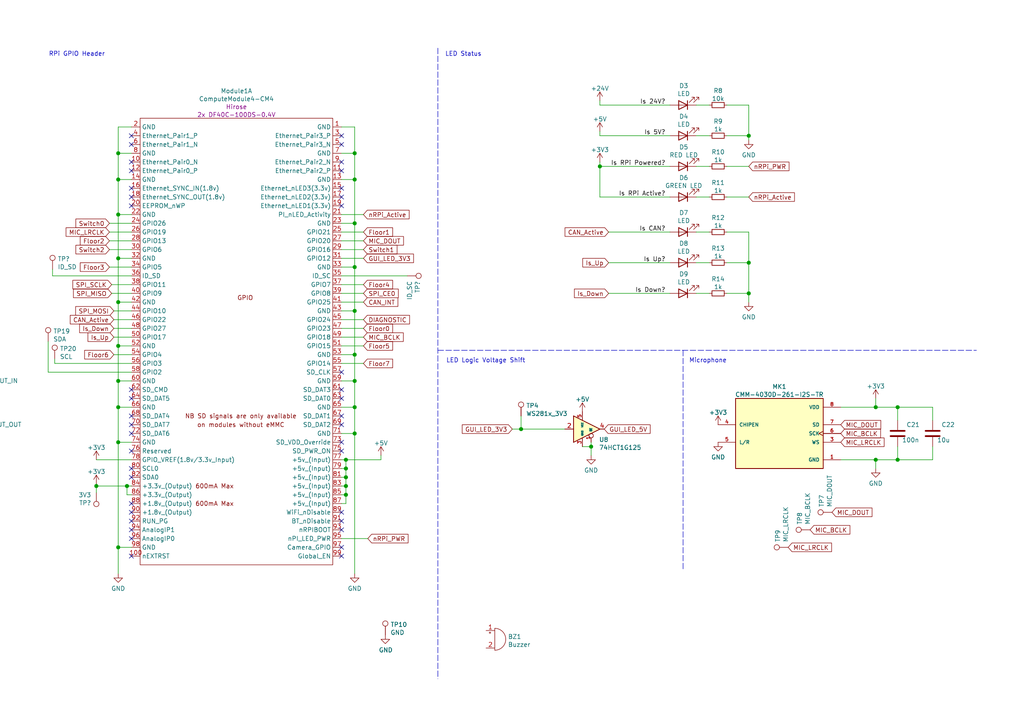
<source format=kicad_sch>
(kicad_sch (version 20210126) (generator eeschema)
  (paper "A4")
  (title_block (title "Voice CCA") (date "2021-05-01") (rev "v1r0") (company "MWS Fabrication"))
  (lib_symbols
    (symbol "74HCT1G125:74HCT1G125"
      (property "Reference" "U" (at 2.54 3.81 0))
      (property "Value" "74HCT1G125" (at 10.16 -2.54 0))
      (symbol "74HCT1G125_0_1"
        (rectangle (start -2.54 3.81) (end -2.54 -3.81) (stroke (width 0.254)) (fill (type background)))
        (polyline (pts (xy -2.54 -3.81) (xy 5.08 0) (xy -2.54 3.81)) (stroke (width 0.254)) (fill (type background)))
      )
      (symbol "74HCT1G125_1_1"
        (pin input inverted (at 2.54 -3.81 90) (length 2.54) (name "~OE") (number "1"))
        (pin input line (at -5.08 0 0) (length 2.54) (name "~") (number "2"))
        (pin power_in line (at 0 -5.08 90) (length 2.54) (name "GND") (number "3"))
        (pin output line (at 6.35 0 180) (length 1.27) (name "~") (number "4"))
        (pin power_in line (at 0 5.08 270) (length 2.54) (name "VCC") (number "5"))
      )
    )
    (symbol "CM4IO:ComputeModule4-CM4"
      (property "Reference" "Module" (at 113.03 -68.58 0))
      (property "Value" "ComputeModule4-CM4" (at 140.97 2.54 0))
      (property "Field4" "Hirose" (at 0 0 0))
      (property "Field5" "2x DF40C-100DS-0.4V" (at 0 -2.54 0))
      (symbol "ComputeModule4-CM4_1_0"
        (text "GPIO" (at 0 6.35 0) (effects (font (size 1.27 1.27))))
      )
      (symbol "ComputeModule4-CM4_1_1"
        (text "600mA Max" (at -8.89 -53.34 0) (effects (font (size 1.27 1.27))))
        (text "600mA Max" (at -8.89 -48.26 0) (effects (font (size 1.27 1.27))))
        (text "NB SD signals are only available" (at -1.27 -27.94 0) (effects (font (size 1.27 1.27))))
        (text "on modules without eMMC" (at -1.27 -30.48 0) (effects (font (size 1.27 1.27))))
        (rectangle (start -30.48 -71.12) (end 25.4 58.42))
        (pin power_in line (at 27.94 55.88 180) (length 2.54) (name "GND") (number "1"))
        (pin passive line (at -33.02 45.72 0) (length 2.54) (name "Ethernet_Pair0_N") (number "10"))
        (pin output line (at -33.02 -68.58 0) (length 2.54) (name "nEXTRST") (number "100"))
        (pin passive line (at 27.94 43.18 180) (length 2.54) (name "Ethernet_Pair2_P") (number "11"))
        (pin passive line (at -33.02 43.18 0) (length 2.54) (name "Ethernet_Pair0_P") (number "12"))
        (pin power_in line (at 27.94 40.64 180) (length 2.54) (name "GND") (number "13"))
        (pin power_in line (at -33.02 40.64 0) (length 2.54) (name "GND") (number "14"))
        (pin output line (at 27.94 38.1 180) (length 2.54) (name "Ethernet_nLED3(3.3v)") (number "15"))
        (pin input line (at -33.02 38.1 0) (length 2.54) (name "Ethernet_SYNC_IN(1.8v)") (number "16"))
        (pin output line (at 27.94 35.56 180) (length 2.54) (name "Ethernet_nLED2(3.3v)") (number "17"))
        (pin input line (at -33.02 35.56 0) (length 2.54) (name "Ethernet_SYNC_OUT(1.8v)") (number "18"))
        (pin output line (at 27.94 33.02 180) (length 2.54) (name "Ethernet_nLED1(3.3v)") (number "19"))
        (pin power_in line (at -33.02 55.88 0) (length 2.54) (name "GND") (number "2"))
        (pin passive line (at -33.02 33.02 0) (length 2.54) (name "EEPROM_nWP") (number "20"))
        (pin open_collector line (at 27.94 30.48 180) (length 2.54) (name "PI_nLED_Activity") (number "21"))
        (pin power_in line (at -33.02 30.48 0) (length 2.54) (name "GND") (number "22"))
        (pin power_in line (at 27.94 27.94 180) (length 2.54) (name "GND") (number "23"))
        (pin passive line (at -33.02 27.94 0) (length 2.54) (name "GPIO26") (number "24"))
        (pin passive line (at 27.94 25.4 180) (length 2.54) (name "GPIO21") (number "25"))
        (pin passive line (at -33.02 25.4 0) (length 2.54) (name "GPIO19") (number "26"))
        (pin passive line (at 27.94 22.86 180) (length 2.54) (name "GPIO20") (number "27"))
        (pin passive line (at -33.02 22.86 0) (length 2.54) (name "GPIO13") (number "28"))
        (pin passive line (at 27.94 20.32 180) (length 2.54) (name "GPIO16") (number "29"))
        (pin passive line (at 27.94 53.34 180) (length 2.54) (name "Ethernet_Pair3_P") (number "3"))
        (pin passive line (at -33.02 20.32 0) (length 2.54) (name "GPIO6") (number "30"))
        (pin passive line (at 27.94 17.78 180) (length 2.54) (name "GPIO12") (number "31"))
        (pin power_in line (at -33.02 17.78 0) (length 2.54) (name "GND") (number "32"))
        (pin power_in line (at 27.94 15.24 180) (length 2.54) (name "GND") (number "33"))
        (pin passive line (at -33.02 15.24 0) (length 2.54) (name "GPIO5") (number "34"))
        (pin passive line (at 27.94 12.7 180) (length 2.54) (name "ID_SC") (number "35"))
        (pin passive line (at -33.02 12.7 0) (length 2.54) (name "ID_SD") (number "36"))
        (pin passive line (at 27.94 10.16 180) (length 2.54) (name "GPIO7") (number "37"))
        (pin passive line (at -33.02 10.16 0) (length 2.54) (name "GPIO11") (number "38"))
        (pin passive line (at 27.94 7.62 180) (length 2.54) (name "GPIO8") (number "39"))
        (pin passive line (at -33.02 53.34 0) (length 2.54) (name "Ethernet_Pair1_P") (number "4"))
        (pin passive line (at -33.02 7.62 0) (length 2.54) (name "GPIO9") (number "40"))
        (pin passive line (at 27.94 5.08 180) (length 2.54) (name "GPIO25") (number "41"))
        (pin power_in line (at -33.02 5.08 0) (length 2.54) (name "GND") (number "42"))
        (pin power_in line (at 27.94 2.54 180) (length 2.54) (name "GND") (number "43"))
        (pin passive line (at -33.02 2.54 0) (length 2.54) (name "GPIO10") (number "44"))
        (pin passive line (at 27.94 0 180) (length 2.54) (name "GPIO24") (number "45"))
        (pin passive line (at -33.02 0 0) (length 2.54) (name "GPIO22") (number "46"))
        (pin passive line (at 27.94 -2.54 180) (length 2.54) (name "GPIO23") (number "47"))
        (pin passive line (at -33.02 -2.54 0) (length 2.54) (name "GPIO27") (number "48"))
        (pin passive line (at 27.94 -5.08 180) (length 2.54) (name "GPIO18") (number "49"))
        (pin passive line (at 27.94 50.8 180) (length 2.54) (name "Ethernet_Pair3_N") (number "5"))
        (pin passive line (at -33.02 -5.08 0) (length 2.54) (name "GPIO17") (number "50"))
        (pin passive line (at 27.94 -7.62 180) (length 2.54) (name "GPIO15") (number "51"))
        (pin power_in line (at -33.02 -7.62 0) (length 2.54) (name "GND") (number "52"))
        (pin power_in line (at 27.94 -10.16 180) (length 2.54) (name "GND") (number "53"))
        (pin passive line (at -33.02 -10.16 0) (length 2.54) (name "GPIO4") (number "54"))
        (pin passive line (at 27.94 -12.7 180) (length 2.54) (name "GPIO14") (number "55"))
        (pin passive line (at -33.02 -12.7 0) (length 2.54) (name "GPIO3") (number "56"))
        (pin passive line (at 27.94 -15.24 180) (length 2.54) (name "SD_CLK") (number "57"))
        (pin passive line (at -33.02 -15.24 0) (length 2.54) (name "GPIO2") (number "58"))
        (pin power_in line (at 27.94 -17.78 180) (length 2.54) (name "GND") (number "59"))
        (pin passive line (at -33.02 50.8 0) (length 2.54) (name "Ethernet_Pair1_N") (number "6"))
        (pin power_in line (at -33.02 -17.78 0) (length 2.54) (name "GND") (number "60"))
        (pin passive line (at 27.94 -20.32 180) (length 2.54) (name "SD_DAT3") (number "61"))
        (pin passive line (at -33.02 -20.32 0) (length 2.54) (name "SD_CMD") (number "62"))
        (pin passive line (at 27.94 -22.86 180) (length 2.54) (name "SD_DAT0") (number "63"))
        (pin passive line (at -33.02 -22.86 0) (length 2.54) (name "SD_DAT5") (number "64"))
        (pin power_in line (at 27.94 -25.4 180) (length 2.54) (name "GND") (number "65"))
        (pin power_in line (at -33.02 -25.4 0) (length 2.54) (name "GND") (number "66"))
        (pin passive line (at 27.94 -27.94 180) (length 2.54) (name "SD_DAT1") (number "67"))
        (pin passive line (at -33.02 -27.94 0) (length 2.54) (name "SD_DAT4") (number "68"))
        (pin passive line (at 27.94 -30.48 180) (length 2.54) (name "SD_DAT2") (number "69"))
        (pin power_in line (at 27.94 48.26 180) (length 2.54) (name "GND") (number "7"))
        (pin passive line (at -33.02 -30.48 0) (length 2.54) (name "SD_DAT7") (number "70"))
        (pin power_in line (at 27.94 -33.02 180) (length 2.54) (name "GND") (number "71"))
        (pin passive line (at -33.02 -33.02 0) (length 2.54) (name "SD_DAT6") (number "72"))
        (pin input line (at 27.94 -35.56 180) (length 2.54) (name "SD_VDD_Override") (number "73"))
        (pin power_in line (at -33.02 -35.56 0) (length 2.54) (name "GND") (number "74"))
        (pin output line (at 27.94 -38.1 180) (length 2.54) (name "SD_PWR_ON") (number "75"))
        (pin passive line (at -33.02 -38.1 0) (length 2.54) (name "Reserved") (number "76"))
        (pin power_in line (at 27.94 -40.64 180) (length 2.54) (name "+5v_(Input)") (number "77"))
        (pin power_in line (at -33.02 -40.64 0) (length 2.54) (name "GPIO_VREF(1.8v/3.3v_Input)") (number "78"))
        (pin power_in line (at 27.94 -43.18 180) (length 2.54) (name "+5v_(Input)") (number "79"))
        (pin power_in line (at -33.02 48.26 0) (length 2.54) (name "GND") (number "8"))
        (pin passive line (at -33.02 -43.18 0) (length 2.54) (name "SCL0") (number "80"))
        (pin power_in line (at 27.94 -45.72 180) (length 2.54) (name "+5v_(Input)") (number "81"))
        (pin passive line (at -33.02 -45.72 0) (length 2.54) (name "SDA0") (number "82"))
        (pin power_in line (at 27.94 -48.26 180) (length 2.54) (name "+5v_(Input)") (number "83"))
        (pin power_out line (at -33.02 -48.26 0) (length 2.54) (name "+3.3v_(Output)") (number "84"))
        (pin power_in line (at 27.94 -50.8 180) (length 2.54) (name "+5v_(Input)") (number "85"))
        (pin power_out line (at -33.02 -50.8 0) (length 2.54) (name "+3.3v_(Output)") (number "86"))
        (pin power_in line (at 27.94 -53.34 180) (length 2.54) (name "+5v_(Input)") (number "87"))
        (pin power_out line (at -33.02 -53.34 0) (length 2.54) (name "+1.8v_(Output)") (number "88"))
        (pin power_in line (at 27.94 -55.88 180) (length 2.54) (name "WiFi_nDisable") (number "89"))
        (pin passive line (at 27.94 45.72 180) (length 2.54) (name "Ethernet_Pair2_N") (number "9"))
        (pin power_out line (at -33.02 -55.88 0) (length 2.54) (name "+1.8v_(Output)") (number "90"))
        (pin power_in line (at 27.94 -58.42 180) (length 2.54) (name "BT_nDisable") (number "91"))
        (pin passive line (at -33.02 -58.42 0) (length 2.54) (name "RUN_PG") (number "92"))
        (pin input line (at 27.94 -60.96 180) (length 2.54) (name "nRPIBOOT") (number "93"))
        (pin passive line (at -33.02 -60.96 0) (length 2.54) (name "AnalogIP1") (number "94"))
        (pin output line (at 27.94 -63.5 180) (length 2.54) (name "nPI_LED_PWR") (number "95"))
        (pin passive line (at -33.02 -63.5 0) (length 2.54) (name "AnalogIP0") (number "96"))
        (pin passive line (at 27.94 -66.04 180) (length 2.54) (name "Camera_GPIO") (number "97"))
        (pin power_in line (at -33.02 -66.04 0) (length 2.54) (name "GND") (number "98"))
        (pin input line (at 27.94 -68.58 180) (length 2.54) (name "Global_EN") (number "99"))
      )
      (symbol "ComputeModule4-CM4_2_1"
        (text "High Speed Serial" (at 140.97 0 0) (effects (font (size 1.27 1.27))))
        (rectangle (start 114.3 -66.04) (end 165.1 63.5))
        (pin input line (at 170.18 60.96 180) (length 5.08) (name "USB_OTG_ID") (number "101"))
        (pin input line (at 109.22 60.96 0) (length 5.08) (name "PCIe_CLK_nREQ") (number "102"))
        (pin passive line (at 170.18 58.42 180) (length 5.08) (name "USB2_N") (number "103"))
        (pin passive line (at 109.22 58.42 0) (length 5.08) (name "Reserved") (number "104"))
        (pin passive line (at 170.18 55.88 180) (length 5.08) (name "USB2_P") (number "105"))
        (pin passive line (at 109.22 55.88 0) (length 5.08) (name "Reserved") (number "106"))
        (pin power_in line (at 170.18 53.34 180) (length 5.08) (name "GND") (number "107"))
        (pin power_in line (at 109.22 53.34 0) (length 5.08) (name "GND") (number "108"))
        (pin bidirectional line (at 170.18 50.8 180) (length 5.08) (name "PCIe_nRST") (number "109"))
        (pin output line (at 109.22 50.8 0) (length 5.08) (name "PCIe_CLK_P") (number "110"))
        (pin passive line (at 170.18 48.26 180) (length 5.08) (name "VDAC_COMP") (number "111"))
        (pin output line (at 109.22 48.26 0) (length 5.08) (name "PCIe_CLK_N") (number "112"))
        (pin power_in line (at 170.18 45.72 180) (length 5.08) (name "GND") (number "113"))
        (pin power_in line (at 109.22 45.72 0) (length 5.08) (name "GND") (number "114"))
        (pin input line (at 170.18 43.18 180) (length 5.08) (name "CAM1_D0_N") (number "115"))
        (pin input line (at 109.22 43.18 0) (length 5.08) (name "PCIe_RX_P") (number "116"))
        (pin input line (at 170.18 40.64 180) (length 5.08) (name "CAM1_D0_P") (number "117"))
        (pin input line (at 109.22 40.64 0) (length 5.08) (name "PCIe_RX_N") (number "118"))
        (pin power_in line (at 170.18 38.1 180) (length 5.08) (name "GND") (number "119"))
        (pin power_in line (at 109.22 38.1 0) (length 5.08) (name "GND") (number "120"))
        (pin input line (at 170.18 35.56 180) (length 5.08) (name "CAM1_D1_N") (number "121"))
        (pin output line (at 109.22 35.56 0) (length 5.08) (name "PCIe_TX_P") (number "122"))
        (pin input line (at 170.18 33.02 180) (length 5.08) (name "CAM1_D1_P") (number "123"))
        (pin output line (at 109.22 33.02 0) (length 5.08) (name "PCIe_TX_N") (number "124"))
        (pin power_in line (at 170.18 30.48 180) (length 5.08) (name "GND") (number "125"))
        (pin power_in line (at 109.22 30.48 0) (length 5.08) (name "GND") (number "126"))
        (pin input line (at 170.18 27.94 180) (length 5.08) (name "CAM1_C_N") (number "127"))
        (pin input line (at 109.22 27.94 0) (length 5.08) (name "CAM0_D0_N") (number "128"))
        (pin input line (at 170.18 25.4 180) (length 5.08) (name "CAM1_C_P") (number "129"))
        (pin input line (at 109.22 25.4 0) (length 5.08) (name "CAM0_D0_P") (number "130"))
        (pin power_in line (at 170.18 22.86 180) (length 5.08) (name "GND") (number "131"))
        (pin power_in line (at 109.22 22.86 0) (length 5.08) (name "GND") (number "132"))
        (pin input line (at 170.18 20.32 180) (length 5.08) (name "CAM1_D2_N") (number "133"))
        (pin input line (at 109.22 20.32 0) (length 5.08) (name "CAM0_D1_N") (number "134"))
        (pin input line (at 170.18 17.78 180) (length 5.08) (name "CAM1_D2_P") (number "135"))
        (pin input line (at 109.22 17.78 0) (length 5.08) (name "CAM0_D1_P") (number "136"))
        (pin power_in line (at 170.18 15.24 180) (length 5.08) (name "GND") (number "137"))
        (pin power_in line (at 109.22 15.24 0) (length 5.08) (name "GND") (number "138"))
        (pin input line (at 170.18 12.7 180) (length 5.08) (name "CAM1_D3_N") (number "139"))
        (pin input line (at 109.22 12.7 0) (length 5.08) (name "CAM0_C_N") (number "140"))
        (pin input line (at 170.18 10.16 180) (length 5.08) (name "CAM1_D3_P") (number "141"))
        (pin input line (at 109.22 10.16 0) (length 5.08) (name "CAM0_C_P") (number "142"))
        (pin input line (at 170.18 7.62 180) (length 5.08) (name "HDMI1_HOTPLUG") (number "143"))
        (pin power_in line (at 109.22 7.62 0) (length 5.08) (name "GND") (number "144"))
        (pin bidirectional line (at 170.18 5.08 180) (length 5.08) (name "HDMI1_SDA") (number "145"))
        (pin output line (at 109.22 5.08 0) (length 5.08) (name "HDMI1_TX2_P") (number "146"))
        (pin open_collector line (at 170.18 2.54 180) (length 5.08) (name "HDMI1_SCL") (number "147"))
        (pin output line (at 109.22 2.54 0) (length 5.08) (name "HDMI1_TX2_N") (number "148"))
        (pin open_collector line (at 170.18 0 180) (length 5.08) (name "HDMI1_CEC") (number "149"))
        (pin power_in line (at 109.22 0 0) (length 5.08) (name "GND") (number "150"))
        (pin open_collector line (at 170.18 -2.54 180) (length 5.08) (name "HDMI0_CEC") (number "151"))
        (pin output line (at 109.22 -2.54 0) (length 5.08) (name "HDMI1_TX1_P") (number "152"))
        (pin input line (at 170.18 -5.08 180) (length 5.08) (name "HDMI0_HOTPLUG") (number "153"))
        (pin output line (at 109.22 -5.08 0) (length 5.08) (name "HDMI1_TX1_N") (number "154"))
        (pin power_in line (at 170.18 -7.62 180) (length 5.08) (name "GND") (number "155"))
        (pin power_in line (at 109.22 -7.62 0) (length 5.08) (name "GND") (number "156"))
        (pin output line (at 170.18 -10.16 180) (length 5.08) (name "DSI0_D0_N") (number "157"))
        (pin output line (at 109.22 -10.16 0) (length 5.08) (name "HDMI1_TX0_P") (number "158"))
        (pin output line (at 170.18 -12.7 180) (length 5.08) (name "DSI0_D0_P") (number "159"))
        (pin output line (at 109.22 -12.7 0) (length 5.08) (name "HDMI1_TX0_N") (number "160"))
        (pin power_in line (at 170.18 -15.24 180) (length 5.08) (name "GND") (number "161"))
        (pin power_in line (at 109.22 -15.24 0) (length 5.08) (name "GND") (number "162"))
        (pin output line (at 170.18 -17.78 180) (length 5.08) (name "DSI0_D1_N") (number "163"))
        (pin output line (at 109.22 -17.78 0) (length 5.08) (name "HDMI1_CLK_P") (number "164"))
        (pin output line (at 170.18 -20.32 180) (length 5.08) (name "DSI0_D1_P") (number "165"))
        (pin output line (at 109.22 -20.32 0) (length 5.08) (name "HDMI1_CLK_N") (number "166"))
        (pin power_in line (at 170.18 -22.86 180) (length 5.08) (name "GND") (number "167"))
        (pin power_in line (at 109.22 -22.86 0) (length 5.08) (name "GND") (number "168"))
        (pin output line (at 170.18 -25.4 180) (length 5.08) (name "DSI0_C_N") (number "169"))
        (pin output line (at 109.22 -25.4 0) (length 5.08) (name "HDMI0_TX2_P") (number "170"))
        (pin output line (at 170.18 -27.94 180) (length 5.08) (name "DSI0_C_P") (number "171"))
        (pin output line (at 109.22 -27.94 0) (length 5.08) (name "HDMI0_TX2_N") (number "172"))
        (pin power_in line (at 170.18 -30.48 180) (length 5.08) (name "GND") (number "173"))
        (pin power_in line (at 109.22 -30.48 0) (length 5.08) (name "GND") (number "174"))
        (pin output line (at 170.18 -33.02 180) (length 5.08) (name "DSI1_D0_N") (number "175"))
        (pin output line (at 109.22 -33.02 0) (length 5.08) (name "HDMI0_TX1_P") (number "176"))
        (pin output line (at 170.18 -35.56 180) (length 5.08) (name "DSI1_D0_P") (number "177"))
        (pin output line (at 109.22 -35.56 0) (length 5.08) (name "HDMI0_TX1_N") (number "178"))
        (pin power_in line (at 170.18 -38.1 180) (length 5.08) (name "GND") (number "179"))
        (pin power_in line (at 109.22 -38.1 0) (length 5.08) (name "GND") (number "180"))
        (pin output line (at 170.18 -40.64 180) (length 5.08) (name "DSI1_D1_N") (number "181"))
        (pin output line (at 109.22 -40.64 0) (length 5.08) (name "HDMI0_TX0_P") (number "182"))
        (pin output line (at 170.18 -43.18 180) (length 5.08) (name "DSI1_D1_P") (number "183"))
        (pin output line (at 109.22 -43.18 0) (length 5.08) (name "HDMI0_TX0_N") (number "184"))
        (pin power_in line (at 170.18 -45.72 180) (length 5.08) (name "GND") (number "185"))
        (pin power_in line (at 109.22 -45.72 0) (length 5.08) (name "GND") (number "186"))
        (pin output line (at 170.18 -48.26 180) (length 5.08) (name "DSI1_C_N") (number "187"))
        (pin output line (at 109.22 -48.26 0) (length 5.08) (name "HDMI0_CLK_P") (number "188"))
        (pin output line (at 170.18 -50.8 180) (length 5.08) (name "DSI1_C_P") (number "189"))
        (pin output line (at 109.22 -50.8 0) (length 5.08) (name "HDMI0_CLK_N") (number "190"))
        (pin power_in line (at 170.18 -53.34 180) (length 5.08) (name "GND") (number "191"))
        (pin power_in line (at 109.22 -53.34 0) (length 5.08) (name "GND") (number "192"))
        (pin output line (at 170.18 -55.88 180) (length 5.08) (name "DSI1_D2_N") (number "193"))
        (pin output line (at 109.22 -55.88 0) (length 5.08) (name "DSI1_D3_N") (number "194"))
        (pin output line (at 170.18 -58.42 180) (length 5.08) (name "DSI1_D2_P") (number "195"))
        (pin output line (at 109.22 -58.42 0) (length 5.08) (name "DSI1_D3_P") (number "196"))
        (pin power_in line (at 170.18 -60.96 180) (length 5.08) (name "GND") (number "197"))
        (pin power_in line (at 109.22 -60.96 0) (length 5.08) (name "GND") (number "198"))
        (pin bidirectional line (at 170.18 -63.5 180) (length 5.08) (name "HDMI0_SDA") (number "199"))
        (pin open_collector line (at 109.22 -63.5 0) (length 5.08) (name "HDMI0_SCL") (number "200"))
      )
    )
    (symbol "CMM-4030D-261-I2S-TR:CMM-4030D-261-I2S-TR" (pin_names (offset 1.016))
      (property "Reference" "MK" (at -12.7 10.795 0))
      (property "Value" "CMM-4030D-261-I2S-TR" (at -12.7254 -12.7254 0))
      (symbol "CMM-4030D-261-I2S-TR_0_0"
        (rectangle (start -12.7 -10.16) (end 12.7 10.16) (stroke (width 0.254)) (fill (type background)))
        (pin power_in line (at 17.78 -7.62 180) (length 5.08) (name "GND") (number "1"))
        (pin input line (at 17.78 -2.54 180) (length 5.08) (name "WS") (number "3"))
        (pin input line (at -17.78 2.54 0) (length 5.08) (name "CHIPEN") (number "4"))
        (pin input line (at -17.78 -2.54 0) (length 5.08) (name "L/R") (number "5"))
        (pin input clock (at 17.78 0 180) (length 5.08) (name "SCK") (number "6"))
        (pin output line (at 17.78 2.54 180) (length 5.08) (name "SD") (number "7"))
        (pin power_in line (at 17.78 7.62 180) (length 5.08) (name "VDD") (number "8"))
      )
    )
    (symbol "Connector:TestPoint" (pin_numbers hide) (pin_names (offset 0.762) hide)
      (property "Reference" "TP" (at 0 6.858 0))
      (property "Value" "TestPoint" (at 0 5.08 0))
      (symbol "TestPoint_0_1"
        (circle (center 0 3.302) (radius 0.762))
      )
      (symbol "TestPoint_1_1"
        (pin passive line (at 0 0 90) (length 2.54) (name "1") (number "1"))
      )
    )
    (symbol "Device:Buzzer" (pin_names (offset 0.0254) hide)
      (property "Reference" "BZ" (at 3.81 1.27 0))
      (property "Value" "Buzzer" (at 3.81 -1.27 0))
      (symbol "Buzzer_0_1"
        (arc (start 0 -3.175) (end 0 3.175) (radius (at 0 0) (length 3.175) (angles -89.9 89.9)))
        (polyline (pts (xy -1.651 1.905) (xy -1.143 1.905)))
        (polyline (pts (xy -1.397 2.159) (xy -1.397 1.651)))
        (polyline (pts (xy 0 3.175) (xy 0 -3.175)))
      )
      (symbol "Buzzer_1_1"
        (pin passive line (at -2.54 2.54 0) (length 2.54) (name "-") (number "1"))
        (pin passive line (at -2.54 -2.54 0) (length 2.54) (name "+") (number "2"))
      )
    )
    (symbol "Device:C" (pin_numbers hide) (pin_names (offset 0.254))
      (property "Reference" "C" (at 0.635 2.54 0))
      (property "Value" "C" (at 0.635 -2.54 0))
      (symbol "C_0_1"
        (polyline (pts (xy -2.032 -0.762) (xy 2.032 -0.762)) (stroke (width 0.508)))
        (polyline (pts (xy -2.032 0.762) (xy 2.032 0.762)) (stroke (width 0.508)))
      )
      (symbol "C_1_1"
        (pin passive line (at 0 3.81 270) (length 2.794) (name "~") (number "1"))
        (pin passive line (at 0 -3.81 90) (length 2.794) (name "~") (number "2"))
      )
    )
    (symbol "Device:LED" (pin_numbers hide) (pin_names (offset 1.016) hide)
      (property "Reference" "D" (at 0 2.54 0))
      (property "Value" "LED" (at 0 -2.54 0))
      (symbol "LED_0_1"
        (polyline (pts (xy -1.27 -1.27) (xy -1.27 1.27)) (stroke (width 0.254)))
        (polyline (pts (xy -1.27 0) (xy 1.27 0)))
        (polyline (pts (xy 1.27 -1.27) (xy 1.27 1.27) (xy -1.27 0) (xy 1.27 -1.27)) (stroke (width 0.254)))
        (polyline (pts (xy -3.048 -0.762) (xy -4.572 -2.286) (xy -3.81 -2.286) (xy -4.572 -2.286) (xy -4.572 -1.524)))
        (polyline (pts (xy -1.778 -0.762) (xy -3.302 -2.286) (xy -2.54 -2.286) (xy -3.302 -2.286) (xy -3.302 -1.524)))
      )
      (symbol "LED_1_1"
        (pin passive line (at -3.81 0 0) (length 2.54) (name "K") (number "1"))
        (pin passive line (at 3.81 0 180) (length 2.54) (name "A") (number "2"))
      )
    )
    (symbol "Device:R_Small" (pin_numbers hide) (pin_names (offset 0.254) hide)
      (property "Reference" "R" (at 0.762 0.508 0))
      (property "Value" "R_Small" (at 0.762 -1.016 0))
      (symbol "R_Small_0_1"
        (rectangle (start -0.762 1.778) (end 0.762 -1.778) (stroke (width 0.2032)))
      )
      (symbol "R_Small_1_1"
        (pin passive line (at 0 2.54 270) (length 0.762) (name "~") (number "1"))
        (pin passive line (at 0 -2.54 90) (length 0.762) (name "~") (number "2"))
      )
    )
    (symbol "power:+24V" (power) (pin_names (offset 0))
      (property "Value" "+24V" (at 0 3.556 0))
      (symbol "+24V_0_1"
        (polyline (pts (xy -0.762 1.27) (xy 0 2.54)))
        (polyline (pts (xy 0 0) (xy 0 2.54)))
        (polyline (pts (xy 0 2.54) (xy 0.762 1.27)))
      )
      (symbol "+24V_1_1"
        (pin power_in line (at 0 0 90) (length 0) hide (name "+24V") (number "1"))
      )
    )
    (symbol "power:+3.3V" (power) (pin_names (offset 0))
      (property "Value" "+3.3V" (at 0 3.556 0))
      (symbol "+3.3V_0_1"
        (polyline (pts (xy -0.762 1.27) (xy 0 2.54)))
        (polyline (pts (xy 0 0) (xy 0 2.54)))
        (polyline (pts (xy 0 2.54) (xy 0.762 1.27)))
      )
      (symbol "+3.3V_1_1"
        (pin power_in line (at 0 0 90) (length 0) hide (name "+3V3") (number "1"))
      )
    )
    (symbol "power:+3V3" (power) (pin_names (offset 0))
      (property "Value" "+3V3" (at 0 3.556 0))
      (symbol "+3V3_0_1"
        (polyline (pts (xy -0.762 1.27) (xy 0 2.54)))
        (polyline (pts (xy 0 0) (xy 0 2.54)))
        (polyline (pts (xy 0 2.54) (xy 0.762 1.27)))
      )
      (symbol "+3V3_1_1"
        (pin power_in line (at 0 0 90) (length 0) hide (name "+3V3") (number "1"))
      )
    )
    (symbol "power:+5V" (power) (pin_names (offset 0))
      (property "Value" "+5V" (at 0 3.556 0))
      (symbol "+5V_0_1"
        (polyline (pts (xy -0.762 1.27) (xy 0 2.54)))
        (polyline (pts (xy 0 0) (xy 0 2.54)))
        (polyline (pts (xy 0 2.54) (xy 0.762 1.27)))
      )
      (symbol "+5V_1_1"
        (pin power_in line (at 0 0 90) (length 0) hide (name "+5V") (number "1"))
      )
    )
    (symbol "power:GND" (power) (pin_names (offset 0))
      (property "Value" "GND" (at 0 -3.81 0))
      (symbol "GND_0_1"
        (polyline (pts (xy 0 0) (xy 0 -1.27) (xy 1.27 -1.27) (xy 0 -2.54) (xy -1.27 -1.27) (xy 0 -1.27)))
      )
      (symbol "GND_1_1"
        (pin power_in line (at 0 0 270) (length 0) hide (name "GND") (number "1"))
      )
    )
  )
  (junction (at 27.94 140.97) (diameter 1.016))
  (junction (at 34.29 44.45) (diameter 1.016))
  (junction (at 34.29 52.07) (diameter 1.016))
  (junction (at 34.29 62.23) (diameter 1.016))
  (junction (at 34.29 74.93) (diameter 1.016))
  (junction (at 34.29 87.63) (diameter 1.016))
  (junction (at 34.29 100.33) (diameter 1.016))
  (junction (at 34.29 110.49) (diameter 1.016))
  (junction (at 34.29 118.11) (diameter 1.016))
  (junction (at 34.29 128.27) (diameter 1.016))
  (junction (at 34.29 158.75) (diameter 1.016))
  (junction (at 36.83 140.97) (diameter 1.016))
  (junction (at 100.33 133.35) (diameter 1.016))
  (junction (at 100.33 135.89) (diameter 1.016))
  (junction (at 100.33 138.43) (diameter 1.016))
  (junction (at 100.33 140.97) (diameter 1.016))
  (junction (at 100.33 143.51) (diameter 1.016))
  (junction (at 102.87 44.45) (diameter 1.016))
  (junction (at 102.87 52.07) (diameter 1.016))
  (junction (at 102.87 64.77) (diameter 1.016))
  (junction (at 102.87 77.47) (diameter 1.016))
  (junction (at 102.87 90.17) (diameter 1.016))
  (junction (at 102.87 102.87) (diameter 1.016))
  (junction (at 102.87 110.49) (diameter 1.016))
  (junction (at 102.87 118.11) (diameter 1.016))
  (junction (at 102.87 125.73) (diameter 1.016))
  (junction (at 151.13 124.46) (diameter 1.016))
  (junction (at 171.45 129.54) (diameter 1.016))
  (junction (at 173.99 48.26) (diameter 1.016))
  (junction (at 217.17 39.37) (diameter 1.016))
  (junction (at 217.17 76.2) (diameter 1.016))
  (junction (at 217.17 85.09) (diameter 1.016))
  (junction (at 254 118.11) (diameter 1.016))
  (junction (at 254 133.35) (diameter 1.016))
  (junction (at 260.35 118.11) (diameter 1.016))
  (junction (at 260.35 133.35) (diameter 1.016))
  (no_connect (at 38.1 39.37))
  (no_connect (at 38.1 41.91))
  (no_connect (at 38.1 46.99))
  (no_connect (at 38.1 49.53))
  (no_connect (at 38.1 54.61))
  (no_connect (at 38.1 57.15))
  (no_connect (at 38.1 59.69))
  (no_connect (at 38.1 113.03))
  (no_connect (at 38.1 115.57))
  (no_connect (at 38.1 120.65))
  (no_connect (at 38.1 123.19))
  (no_connect (at 38.1 125.73))
  (no_connect (at 38.1 130.81))
  (no_connect (at 38.1 135.89))
  (no_connect (at 38.1 138.43))
  (no_connect (at 38.1 146.05))
  (no_connect (at 38.1 148.59))
  (no_connect (at 38.1 151.13))
  (no_connect (at 38.1 153.67))
  (no_connect (at 38.1 156.21))
  (no_connect (at 38.1 161.29))
  (no_connect (at 99.06 39.37))
  (no_connect (at 99.06 41.91))
  (no_connect (at 99.06 46.99))
  (no_connect (at 99.06 49.53))
  (no_connect (at 99.06 54.61))
  (no_connect (at 99.06 57.15))
  (no_connect (at 99.06 59.69))
  (no_connect (at 99.06 107.95))
  (no_connect (at 99.06 113.03))
  (no_connect (at 99.06 115.57))
  (no_connect (at 99.06 120.65))
  (no_connect (at 99.06 123.19))
  (no_connect (at 99.06 128.27))
  (no_connect (at 99.06 130.81))
  (no_connect (at 99.06 148.59))
  (no_connect (at 99.06 151.13))
  (no_connect (at 99.06 153.67))
  (no_connect (at 99.06 158.75))
  (no_connect (at 99.06 161.29))
  (wire (pts (xy 13.97 99.06) (xy 13.97 107.95)))
  (wire (pts (xy 15.24 78.105) (xy 15.24 80.01)))
  (wire (pts (xy 15.24 80.01) (xy 38.1 80.01)))
  (wire (pts (xy 15.875 105.41) (xy 15.875 104.14)))
  (wire (pts (xy 27.94 133.35) (xy 38.1 133.35)))
  (wire (pts (xy 27.94 140.335) (xy 27.94 140.97)))
  (wire (pts (xy 27.94 140.97) (xy 27.94 142.875)))
  (wire (pts (xy 27.94 140.97) (xy 36.83 140.97)))
  (wire (pts (xy 31.75 64.77) (xy 38.1 64.77)))
  (wire (pts (xy 31.75 67.31) (xy 38.1 67.31)))
  (wire (pts (xy 31.75 69.85) (xy 38.1 69.85)))
  (wire (pts (xy 31.75 72.39) (xy 38.1 72.39)))
  (wire (pts (xy 31.75 77.47) (xy 38.1 77.47)))
  (wire (pts (xy 32.385 82.55) (xy 38.1 82.55)))
  (wire (pts (xy 32.385 85.09) (xy 38.1 85.09)))
  (wire (pts (xy 33.02 90.17) (xy 38.1 90.17)))
  (wire (pts (xy 33.02 92.71) (xy 38.1 92.71)))
  (wire (pts (xy 33.02 95.25) (xy 38.1 95.25)))
  (wire (pts (xy 33.02 97.79) (xy 38.1 97.79)))
  (wire (pts (xy 33.02 102.87) (xy 38.1 102.87)))
  (wire (pts (xy 34.29 36.83) (xy 34.29 44.45)))
  (wire (pts (xy 34.29 44.45) (xy 34.29 52.07)))
  (wire (pts (xy 34.29 52.07) (xy 34.29 62.23)))
  (wire (pts (xy 34.29 62.23) (xy 34.29 74.93)))
  (wire (pts (xy 34.29 74.93) (xy 34.29 87.63)))
  (wire (pts (xy 34.29 87.63) (xy 34.29 100.33)))
  (wire (pts (xy 34.29 87.63) (xy 38.1 87.63)))
  (wire (pts (xy 34.29 100.33) (xy 34.29 110.49)))
  (wire (pts (xy 34.29 110.49) (xy 34.29 118.11)))
  (wire (pts (xy 34.29 118.11) (xy 34.29 128.27)))
  (wire (pts (xy 34.29 118.11) (xy 38.1 118.11)))
  (wire (pts (xy 34.29 128.27) (xy 34.29 158.75)))
  (wire (pts (xy 34.29 158.75) (xy 38.1 158.75)))
  (wire (pts (xy 34.29 166.37) (xy 34.29 158.75)))
  (wire (pts (xy 36.83 140.97) (xy 38.1 140.97)))
  (wire (pts (xy 36.83 143.51) (xy 36.83 140.97)))
  (wire (pts (xy 38.1 36.83) (xy 34.29 36.83)))
  (wire (pts (xy 38.1 44.45) (xy 34.29 44.45)))
  (wire (pts (xy 38.1 52.07) (xy 34.29 52.07)))
  (wire (pts (xy 38.1 62.23) (xy 34.29 62.23)))
  (wire (pts (xy 38.1 74.93) (xy 34.29 74.93)))
  (wire (pts (xy 38.1 100.33) (xy 34.29 100.33)))
  (wire (pts (xy 38.1 105.41) (xy 15.875 105.41)))
  (wire (pts (xy 38.1 107.95) (xy 13.97 107.95)))
  (wire (pts (xy 38.1 110.49) (xy 34.29 110.49)))
  (wire (pts (xy 38.1 128.27) (xy 34.29 128.27)))
  (wire (pts (xy 38.1 143.51) (xy 36.83 143.51)))
  (wire (pts (xy 99.06 36.83) (xy 102.87 36.83)))
  (wire (pts (xy 99.06 44.45) (xy 102.87 44.45)))
  (wire (pts (xy 99.06 52.07) (xy 102.87 52.07)))
  (wire (pts (xy 99.06 62.23) (xy 105.41 62.23)))
  (wire (pts (xy 99.06 64.77) (xy 102.87 64.77)))
  (wire (pts (xy 99.06 67.31) (xy 105.41 67.31)))
  (wire (pts (xy 99.06 69.85) (xy 105.41 69.85)))
  (wire (pts (xy 99.06 72.39) (xy 105.41 72.39)))
  (wire (pts (xy 99.06 74.93) (xy 105.41 74.93)))
  (wire (pts (xy 99.06 77.47) (xy 102.87 77.47)))
  (wire (pts (xy 99.06 80.01) (xy 118.11 80.01)))
  (wire (pts (xy 99.06 82.55) (xy 105.41 82.55)))
  (wire (pts (xy 99.06 85.09) (xy 105.41 85.09)))
  (wire (pts (xy 99.06 87.63) (xy 105.41 87.63)))
  (wire (pts (xy 99.06 90.17) (xy 102.87 90.17)))
  (wire (pts (xy 99.06 92.71) (xy 105.41 92.71)))
  (wire (pts (xy 99.06 95.25) (xy 105.41 95.25)))
  (wire (pts (xy 99.06 97.79) (xy 105.41 97.79)))
  (wire (pts (xy 99.06 100.33) (xy 105.41 100.33)))
  (wire (pts (xy 99.06 102.87) (xy 102.87 102.87)))
  (wire (pts (xy 99.06 105.41) (xy 105.41 105.41)))
  (wire (pts (xy 99.06 110.49) (xy 102.87 110.49)))
  (wire (pts (xy 99.06 118.11) (xy 102.87 118.11)))
  (wire (pts (xy 99.06 125.73) (xy 102.87 125.73)))
  (wire (pts (xy 99.06 133.35) (xy 100.33 133.35)))
  (wire (pts (xy 99.06 135.89) (xy 100.33 135.89)))
  (wire (pts (xy 99.06 138.43) (xy 100.33 138.43)))
  (wire (pts (xy 99.06 140.97) (xy 100.33 140.97)))
  (wire (pts (xy 99.06 143.51) (xy 100.33 143.51)))
  (wire (pts (xy 99.06 146.05) (xy 100.33 146.05)))
  (wire (pts (xy 99.06 156.21) (xy 106.68 156.21)))
  (wire (pts (xy 100.33 133.35) (xy 110.49 133.35)))
  (wire (pts (xy 100.33 135.89) (xy 100.33 133.35)))
  (wire (pts (xy 100.33 138.43) (xy 100.33 135.89)))
  (wire (pts (xy 100.33 140.97) (xy 100.33 138.43)))
  (wire (pts (xy 100.33 143.51) (xy 100.33 140.97)))
  (wire (pts (xy 100.33 146.05) (xy 100.33 143.51)))
  (wire (pts (xy 102.87 36.83) (xy 102.87 44.45)))
  (wire (pts (xy 102.87 44.45) (xy 102.87 52.07)))
  (wire (pts (xy 102.87 52.07) (xy 102.87 64.77)))
  (wire (pts (xy 102.87 64.77) (xy 102.87 77.47)))
  (wire (pts (xy 102.87 77.47) (xy 102.87 90.17)))
  (wire (pts (xy 102.87 90.17) (xy 102.87 102.87)))
  (wire (pts (xy 102.87 102.87) (xy 102.87 110.49)))
  (wire (pts (xy 102.87 110.49) (xy 102.87 118.11)))
  (wire (pts (xy 102.87 118.11) (xy 102.87 125.73)))
  (wire (pts (xy 102.87 125.73) (xy 102.87 166.37)))
  (wire (pts (xy 110.49 132.08) (xy 110.49 133.35)))
  (wire (pts (xy 148.59 124.46) (xy 151.13 124.46)))
  (wire (pts (xy 151.13 120.65) (xy 151.13 124.46)))
  (wire (pts (xy 151.13 124.46) (xy 163.83 124.46)))
  (wire (pts (xy 171.45 128.27) (xy 171.45 129.54)))
  (wire (pts (xy 171.45 129.54) (xy 168.91 129.54)))
  (wire (pts (xy 171.45 129.54) (xy 171.45 132.08)))
  (wire (pts (xy 173.99 29.21) (xy 173.99 30.48)))
  (wire (pts (xy 173.99 30.48) (xy 194.31 30.48)))
  (wire (pts (xy 173.99 38.1) (xy 173.99 39.37)))
  (wire (pts (xy 173.99 39.37) (xy 194.31 39.37)))
  (wire (pts (xy 173.99 46.99) (xy 173.99 48.26)))
  (wire (pts (xy 173.99 48.26) (xy 173.99 57.15)))
  (wire (pts (xy 173.99 48.26) (xy 194.31 48.26)))
  (wire (pts (xy 173.99 57.15) (xy 194.31 57.15)))
  (wire (pts (xy 176.53 67.31) (xy 194.31 67.31)))
  (wire (pts (xy 176.53 76.2) (xy 194.31 76.2)))
  (wire (pts (xy 176.53 85.09) (xy 194.31 85.09)))
  (wire (pts (xy 201.93 30.48) (xy 205.74 30.48)))
  (wire (pts (xy 201.93 39.37) (xy 205.74 39.37)))
  (wire (pts (xy 201.93 48.26) (xy 205.74 48.26)))
  (wire (pts (xy 201.93 57.15) (xy 205.74 57.15)))
  (wire (pts (xy 201.93 67.31) (xy 205.74 67.31)))
  (wire (pts (xy 201.93 76.2) (xy 205.74 76.2)))
  (wire (pts (xy 201.93 85.09) (xy 205.74 85.09)))
  (wire (pts (xy 210.82 30.48) (xy 217.17 30.48)))
  (wire (pts (xy 210.82 39.37) (xy 217.17 39.37)))
  (wire (pts (xy 210.82 48.26) (xy 217.17 48.26)))
  (wire (pts (xy 210.82 57.15) (xy 217.17 57.15)))
  (wire (pts (xy 210.82 67.31) (xy 217.17 67.31)))
  (wire (pts (xy 210.82 76.2) (xy 217.17 76.2)))
  (wire (pts (xy 210.82 85.09) (xy 217.17 85.09)))
  (wire (pts (xy 217.17 30.48) (xy 217.17 39.37)))
  (wire (pts (xy 217.17 39.37) (xy 217.17 40.64)))
  (wire (pts (xy 217.17 67.31) (xy 217.17 76.2)))
  (wire (pts (xy 217.17 76.2) (xy 217.17 85.09)))
  (wire (pts (xy 217.17 85.09) (xy 217.17 87.63)))
  (wire (pts (xy 243.84 118.11) (xy 254 118.11)))
  (wire (pts (xy 243.84 133.35) (xy 254 133.35)))
  (wire (pts (xy 254 115.57) (xy 254 118.11)))
  (wire (pts (xy 254 118.11) (xy 260.35 118.11)))
  (wire (pts (xy 254 133.35) (xy 254 135.89)))
  (wire (pts (xy 254 133.35) (xy 260.35 133.35)))
  (wire (pts (xy 260.35 118.11) (xy 260.35 121.92)))
  (wire (pts (xy 260.35 118.11) (xy 270.51 118.11)))
  (wire (pts (xy 260.35 129.54) (xy 260.35 133.35)))
  (wire (pts (xy 270.51 118.11) (xy 270.51 121.92)))
  (wire (pts (xy 270.51 129.54) (xy 270.51 133.35)))
  (wire (pts (xy 270.51 133.35) (xy 260.35 133.35)))
  (polyline (pts (xy 127 13.97) (xy 127 196.85)) (stroke (width 0) (type dash)))
  (polyline (pts (xy 127 101.6) (xy 283.21 101.6)) (stroke (width 0) (type dash)))
  (polyline (pts (xy 198.12 101.6) (xy 198.12 165.1)) (stroke (width 0) (type dash)))
  (text "RPi GPIO Header" (at 30.48 16.51 180) (effects (font (size 1.27 1.27)) (justify right bottom)))
  (text "LED Status" (at 139.7 16.51 180) (effects (font (size 1.27 1.27)) (justify right bottom)))
  (text "LED Logic Voltage Shift" (at 152.4 105.41 180) (effects (font (size 1.27 1.27)) (justify right bottom)))
  (text "Microphone" (at 210.82 105.41 180) (effects (font (size 1.27 1.27)) (justify right bottom)))
  (label "Is 24V?" (at 193.04 30.48 180))
  (label "Is 5V?" (at 193.04 39.37 180))
  (label "Is RPi Powered?" (at 193.04 48.26 180))
  (label "Is RPi Active?" (at 193.04 57.15 180))
  (label "Is CAN?" (at 193.04 67.31 180))
  (label "Is Up?" (at 193.04 76.2 180))
  (label "Is Down?" (at 193.04 85.09 180))
  (global_label "Switch0" (shape input) (at 31.75 64.77 180) (property "Intersheet References" "${INTERSHEET_REFS}" (effects hide)))
  (global_label "MIC_LRCLK" (shape input) (at 31.75 67.31 180) (property "Intersheet References" "${INTERSHEET_REFS}" (effects hide)))
  (global_label "Floor2" (shape input) (at 31.75 69.85 180) (property "Intersheet References" "${INTERSHEET_REFS}" (effects hide)))
  (global_label "Switch2" (shape input) (at 31.75 72.39 180) (property "Intersheet References" "${INTERSHEET_REFS}" (effects hide)))
  (global_label "Floor3" (shape input) (at 31.75 77.47 180) (property "Intersheet References" "${INTERSHEET_REFS}" (effects hide)))
  (global_label "SPI_SCLK" (shape input) (at 32.385 82.55 180) (property "Intersheet References" "${INTERSHEET_REFS}" (effects hide)))
  (global_label "SPI_MISO" (shape input) (at 32.385 85.09 180) (property "Intersheet References" "${INTERSHEET_REFS}" (effects hide)))
  (global_label "SPI_MOSI" (shape input) (at 33.02 90.17 180) (property "Intersheet References" "${INTERSHEET_REFS}" (effects hide)))
  (global_label "CAN_Active" (shape input) (at 33.02 92.71 180) (property "Intersheet References" "${INTERSHEET_REFS}" (effects hide)))
  (global_label "Is_Down" (shape input) (at 33.02 95.25 180) (property "Intersheet References" "${INTERSHEET_REFS}" (effects hide)))
  (global_label "Is_Up" (shape input) (at 33.02 97.79 180) (property "Intersheet References" "${INTERSHEET_REFS}" (effects hide)))
  (global_label "Floor6" (shape input) (at 33.02 102.87 180) (property "Intersheet References" "${INTERSHEET_REFS}" (effects hide)))
  (global_label "nRPi_Active" (shape input) (at 105.41 62.23 0) (property "Intersheet References" "${INTERSHEET_REFS}" (effects hide)))
  (global_label "Floor1" (shape input) (at 105.41 67.31 0) (property "Intersheet References" "${INTERSHEET_REFS}" (effects hide)))
  (global_label "MIC_DOUT" (shape input) (at 105.41 69.85 0) (property "Intersheet References" "${INTERSHEET_REFS}" (effects hide)))
  (global_label "Switch1" (shape input) (at 105.41 72.39 0) (property "Intersheet References" "${INTERSHEET_REFS}" (effects hide)))
  (global_label "GUI_LED_3V3" (shape input) (at 105.41 74.93 0) (property "Intersheet References" "${INTERSHEET_REFS}" (effects hide)))
  (global_label "Floor4" (shape input) (at 105.41 82.55 0) (property "Intersheet References" "${INTERSHEET_REFS}" (effects hide)))
  (global_label "SPI_CE0" (shape input) (at 105.41 85.09 0) (property "Intersheet References" "${INTERSHEET_REFS}" (effects hide)))
  (global_label "CAN_INT" (shape input) (at 105.41 87.63 0) (property "Intersheet References" "${INTERSHEET_REFS}" (effects hide)))
  (global_label "DIAGNOSTIC" (shape input) (at 105.41 92.71 0) (property "Intersheet References" "${INTERSHEET_REFS}" (effects hide)))
  (global_label "Floor0" (shape input) (at 105.41 95.25 0) (property "Intersheet References" "${INTERSHEET_REFS}" (effects hide)))
  (global_label "MIC_BCLK" (shape input) (at 105.41 97.79 0) (property "Intersheet References" "${INTERSHEET_REFS}" (effects hide)))
  (global_label "Floor5" (shape input) (at 105.41 100.33 0) (property "Intersheet References" "${INTERSHEET_REFS}" (effects hide)))
  (global_label "Floor7" (shape input) (at 105.41 105.41 0) (property "Intersheet References" "${INTERSHEET_REFS}" (effects hide)))
  (global_label "nRPi_PWR" (shape input) (at 106.68 156.21 0) (property "Intersheet References" "${INTERSHEET_REFS}" (effects hide)))
  (global_label "GUI_LED_3V3" (shape input) (at 148.59 124.46 180) (property "Intersheet References" "${INTERSHEET_REFS}" (effects hide)))
  (global_label "GUI_LED_5V" (shape input) (at 175.26 124.46 0) (property "Intersheet References" "${INTERSHEET_REFS}" (effects hide)))
  (global_label "CAN_Active" (shape input) (at 176.53 67.31 180) (property "Intersheet References" "${INTERSHEET_REFS}" (effects hide)))
  (global_label "Is_Up" (shape input) (at 176.53 76.2 180) (property "Intersheet References" "${INTERSHEET_REFS}" (effects hide)))
  (global_label "Is_Down" (shape input) (at 176.53 85.09 180) (property "Intersheet References" "${INTERSHEET_REFS}" (effects hide)))
  (global_label "nRPi_PWR" (shape input) (at 217.17 48.26 0) (property "Intersheet References" "${INTERSHEET_REFS}" (effects hide)))
  (global_label "nRPi_Active" (shape input) (at 217.17 57.15 0) (property "Intersheet References" "${INTERSHEET_REFS}" (effects hide)))
  (global_label "MIC_LRCLK" (shape input) (at 228.6 158.75 0) (property "Intersheet References" "${INTERSHEET_REFS}" (effects hide)))
  (global_label "MIC_BCLK" (shape input) (at 234.95 153.67 0) (property "Intersheet References" "${INTERSHEET_REFS}" (effects hide)))
  (global_label "MIC_DOUT" (shape input) (at 241.3 148.59 0) (property "Intersheet References" "${INTERSHEET_REFS}" (effects hide)))
  (global_label "MIC_DOUT" (shape input) (at 243.84 123.19 0) (property "Intersheet References" "${INTERSHEET_REFS}" (effects hide)))
  (global_label "MIC_BCLK" (shape input) (at 243.84 125.73 0) (property "Intersheet References" "${INTERSHEET_REFS}" (effects hide)))
  (global_label "MIC_LRCLK" (shape input) (at 243.84 128.27 0) (property "Intersheet References" "${INTERSHEET_REFS}" (effects hide)))
  (symbol (lib_id "power:+3V3") (at 27.94 133.35 0) (unit 1)
    (property "Reference" "#PWR0102" (effects hide))
    (property "Value" "+3V3" (at 27.94 129.8026 0))
  )
  (symbol (lib_id "power:+3V3") (at 27.94 140.335 0) (unit 1)
    (property "Reference" "#PWR019" (effects hide))
    (property "Value" "+3V3" (at 27.94 136.7876 0))
  )
  (symbol (lib_id "power:+5V") (at 110.49 132.08 0) (unit 1)
    (property "Reference" "#PWR018" (effects hide))
    (property "Value" "+5V" (at 110.49 128.5326 0))
  )
  (symbol (lib_id "power:+5V") (at 168.91 119.38 0) (unit 1)
    (property "Reference" "#PWR0104" (effects hide))
    (property "Value" "+5V" (at 168.91 115.8326 0))
  )
  (symbol (lib_id "power:+24V") (at 173.99 29.21 0) (unit 1)
    (property "Reference" "#PWR0110" (effects hide))
    (property "Value" "+24V" (at 173.99 25.6626 0))
  )
  (symbol (lib_id "power:+5V") (at 173.99 38.1 0) (unit 1)
    (property "Reference" "#PWR014" (effects hide))
    (property "Value" "+5V" (at 173.99 34.5526 0))
  )
  (symbol (lib_id "power:+3V3") (at 173.99 46.99 0) (unit 1)
    (property "Reference" "#PWR016" (effects hide))
    (property "Value" "+3V3" (at 173.99 43.4426 0))
  )
  (symbol (lib_id "power:+3.3V") (at 208.28 123.19 0) (unit 1)
    (property "Reference" "#PWR0106" (effects hide))
    (property "Value" "+3.3V" (at 208.28 119.6426 0))
  )
  (symbol (lib_id "power:+3.3V") (at 254 115.57 0) (unit 1)
    (property "Reference" "#PWR0109" (effects hide))
    (property "Value" "+3.3V" (at 254 112.0226 0))
  )
  (symbol (lib_id "Connector:TestPoint") (at -8.89 123.825 0) (unit 1)
    (property "Reference" "TP?" (at -7.4168 120.8278 0) (effects (justify left)))
    (property "Value" "TEST_UUT_OUT" (at -7.4168 123.1392 0) (effects (justify left)))
    (property "Footprint" "TestPoint:TestPoint_Pad_2.0x2.0mm" (effects hide))
    (property "Field4" "nf" (effects hide))
    (property "Field5" "nf" (effects hide))
    (property "Field6" "nf" (effects hide))
    (property "Field7" "nf" (effects hide))
  )
  (symbol (lib_id "Connector:TestPoint") (at -8.255 111.125 0) (unit 1)
    (property "Reference" "TP?" (at -6.7818 108.1278 0) (effects (justify left)))
    (property "Value" "TEST_UUT_IN" (at -6.7818 110.4392 0) (effects (justify left)))
    (property "Footprint" "TestPoint:TestPoint_Pad_2.0x2.0mm" (effects hide))
    (property "Field4" "nf" (effects hide))
    (property "Field5" "nf" (effects hide))
    (property "Field6" "nf" (effects hide))
    (property "Field7" "nf" (effects hide))
  )
  (symbol (lib_id "Connector:TestPoint") (at 13.97 99.06 0) (unit 1)
    (property "Reference" "TP19" (at 15.4432 96.0628 0) (effects (justify left)))
    (property "Value" "SDA" (at 15.4432 98.3742 0) (effects (justify left)))
    (property "Footprint" "TestPoint:TestPoint_Pad_2.0x2.0mm" (effects hide))
    (property "Field4" "nf" (effects hide))
    (property "Field5" "nf" (effects hide))
    (property "Field6" "nf" (effects hide))
    (property "Field7" "nf" (effects hide))
  )
  (symbol (lib_id "Connector:TestPoint") (at 15.24 78.105 0) (unit 1)
    (property "Reference" "TP?" (at 16.7132 75.1078 0) (effects (justify left)))
    (property "Value" "ID_SD" (at 16.7132 77.4192 0) (effects (justify left)))
    (property "Footprint" "TestPoint:TestPoint_Pad_2.0x2.0mm" (effects hide))
    (property "Field4" "nf" (effects hide))
    (property "Field5" "nf" (effects hide))
    (property "Field6" "nf" (effects hide))
    (property "Field7" "nf" (effects hide))
  )
  (symbol (lib_id "Connector:TestPoint") (at 15.875 104.14 0) (unit 1)
    (property "Reference" "TP20" (at 17.3482 101.1428 0) (effects (justify left)))
    (property "Value" "SCL" (at 17.3482 103.4542 0) (effects (justify left)))
    (property "Footprint" "TestPoint:TestPoint_Pad_2.0x2.0mm" (effects hide))
    (property "Field4" "nf" (effects hide))
    (property "Field5" "nf" (effects hide))
    (property "Field6" "nf" (effects hide))
    (property "Field7" "nf" (effects hide))
  )
  (symbol (lib_id "Connector:TestPoint") (at 27.94 142.875 180) (unit 1)
    (property "Reference" "TP?" (at 26.4668 145.8722 0) (effects (justify left)))
    (property "Value" "3V3" (at 26.4668 143.5608 0) (effects (justify left)))
    (property "Footprint" "TestPoint:TestPoint_Pad_2.0x2.0mm" (effects hide))
    (property "Field4" "nf" (effects hide))
    (property "Field5" "nf" (effects hide))
    (property "Field6" "nf" (effects hide))
    (property "Field7" "nf" (effects hide))
  )
  (symbol (lib_id "Connector:TestPoint") (at 111.76 184.15 0) (unit 1)
    (property "Reference" "TP10" (at 113.2332 181.1528 0) (effects (justify left)))
    (property "Value" "GND" (at 113.2332 183.4642 0) (effects (justify left)))
    (property "Footprint" "TestPoint:TestPoint_Pad_2.0x2.0mm" (effects hide))
    (property "Field4" "nf" (effects hide))
    (property "Field5" "nf" (effects hide))
    (property "Field6" "nf" (effects hide))
    (property "Field7" "nf" (effects hide))
  )
  (symbol (lib_id "Connector:TestPoint") (at 118.11 80.01 270) (unit 1)
    (property "Reference" "TP?" (at 121.1072 81.4832 0) (effects (justify left)))
    (property "Value" "ID_SC" (at 118.7958 81.4832 0) (effects (justify left)))
    (property "Footprint" "TestPoint:TestPoint_Pad_2.0x2.0mm" (effects hide))
    (property "Field4" "nf" (effects hide))
    (property "Field5" "nf" (effects hide))
    (property "Field6" "nf" (effects hide))
    (property "Field7" "nf" (effects hide))
  )
  (symbol (lib_id "Connector:TestPoint") (at 151.13 120.65 0) (unit 1)
    (property "Reference" "TP4" (at 152.6032 117.6528 0) (effects (justify left)))
    (property "Value" "WS281x_3V3" (at 152.6032 119.9642 0) (effects (justify left)))
    (property "Footprint" "TestPoint:TestPoint_Pad_2.0x2.0mm" (effects hide))
    (property "Field4" "nf" (effects hide))
    (property "Field5" "nf" (effects hide))
    (property "Field6" "nf" (effects hide))
    (property "Field7" "nf" (effects hide))
  )
  (symbol (lib_id "Connector:TestPoint") (at 228.6 158.75 90) (unit 1)
    (property "Reference" "TP9" (at 225.6028 157.2768 0) (effects (justify left)))
    (property "Value" "MIC_LRCLK" (at 227.9142 157.2768 0) (effects (justify left)))
    (property "Footprint" "TestPoint:TestPoint_Pad_2.0x2.0mm" (effects hide))
    (property "Field4" "nf" (effects hide))
    (property "Field5" "nf" (effects hide))
    (property "Field6" "nf" (effects hide))
    (property "Field7" "nf" (effects hide))
  )
  (symbol (lib_id "Connector:TestPoint") (at 234.95 153.67 90) (unit 1)
    (property "Reference" "TP8" (at 231.9528 152.1968 0) (effects (justify left)))
    (property "Value" "MIC_BCLK" (at 234.2642 152.1968 0) (effects (justify left)))
    (property "Footprint" "TestPoint:TestPoint_Pad_2.0x2.0mm" (effects hide))
    (property "Field4" "nf" (effects hide))
    (property "Field5" "nf" (effects hide))
    (property "Field6" "nf" (effects hide))
    (property "Field7" "nf" (effects hide))
  )
  (symbol (lib_id "Connector:TestPoint") (at 241.3 148.59 90) (unit 1)
    (property "Reference" "TP7" (at 238.3028 147.1168 0) (effects (justify left)))
    (property "Value" "MIC_DOUT" (at 240.6142 147.1168 0) (effects (justify left)))
    (property "Footprint" "TestPoint:TestPoint_Pad_2.0x2.0mm" (effects hide))
    (property "Field4" "nf" (effects hide))
    (property "Field5" "nf" (effects hide))
    (property "Field6" "nf" (effects hide))
    (property "Field7" "nf" (effects hide))
  )
  (symbol (lib_id "power:GND") (at 34.29 166.37 0) (unit 1)
    (property "Reference" "#PWR020" (effects hide))
    (property "Value" "GND" (at 34.29 170.6944 0))
  )
  (symbol (lib_id "power:GND") (at 102.87 166.37 0) (unit 1)
    (property "Reference" "#PWR021" (effects hide))
    (property "Value" "GND" (at 102.87 170.6944 0))
  )
  (symbol (lib_id "power:GND") (at 111.76 184.15 0) (unit 1)
    (property "Reference" "#PWR0117" (effects hide))
    (property "Value" "GND" (at 111.887 188.5442 0))
  )
  (symbol (lib_id "power:GND") (at 171.45 132.08 0) (unit 1)
    (property "Reference" "#PWR0103" (effects hide))
    (property "Value" "GND" (at 171.45 136.4044 0))
  )
  (symbol (lib_id "power:GND") (at 208.28 128.27 0) (unit 1)
    (property "Reference" "#PWR0107" (effects hide))
    (property "Value" "GND" (at 208.28 132.5944 0))
  )
  (symbol (lib_id "power:GND") (at 217.17 40.64 0) (unit 1)
    (property "Reference" "#PWR015" (effects hide))
    (property "Value" "GND" (at 217.17 44.9644 0))
  )
  (symbol (lib_id "power:GND") (at 217.17 87.63 0) (unit 1)
    (property "Reference" "#PWR017" (effects hide))
    (property "Value" "GND" (at 217.17 91.9544 0))
  )
  (symbol (lib_id "power:GND") (at 254 135.89 0) (unit 1)
    (property "Reference" "#PWR0108" (effects hide))
    (property "Value" "GND" (at 254 140.2144 0))
  )
  (symbol (lib_id "Device:R_Small") (at 208.28 30.48 90) (unit 1)
    (property "Reference" "R8" (at 208.28 26.3102 90))
    (property "Value" "10k" (at 208.28 28.6089 90))
    (property "Footprint" "Resistor_SMD:R_0805_2012Metric" (effects hide))
  )
  (symbol (lib_id "Device:R_Small") (at 208.28 39.37 90) (unit 1)
    (property "Reference" "R9" (at 208.28 35.2002 90))
    (property "Value" "1k" (at 208.28 37.4989 90))
    (property "Footprint" "Resistor_SMD:R_0805_2012Metric" (effects hide))
  )
  (symbol (lib_id "Device:R_Small") (at 208.28 48.26 90) (unit 1)
    (property "Reference" "R10" (at 208.28 44.0902 90))
    (property "Value" "1k" (at 208.28 46.3889 90))
    (property "Footprint" "Resistor_SMD:R_0805_2012Metric" (effects hide))
  )
  (symbol (lib_id "Device:R_Small") (at 208.28 57.15 90) (unit 1)
    (property "Reference" "R11" (at 208.28 52.9802 90))
    (property "Value" "1k" (at 208.28 55.2789 90))
    (property "Footprint" "Resistor_SMD:R_0805_2012Metric" (effects hide))
  )
  (symbol (lib_id "Device:R_Small") (at 208.28 67.31 90) (unit 1)
    (property "Reference" "R12" (at 208.28 63.1402 90))
    (property "Value" "1k" (at 208.28 65.4389 90))
    (property "Footprint" "Resistor_SMD:R_0805_2012Metric" (effects hide))
  )
  (symbol (lib_id "Device:R_Small") (at 208.28 76.2 90) (unit 1)
    (property "Reference" "R13" (at 208.28 72.0302 90))
    (property "Value" "1k" (at 208.28 74.3289 90))
    (property "Footprint" "Resistor_SMD:R_0805_2012Metric" (effects hide))
  )
  (symbol (lib_id "Device:R_Small") (at 208.28 85.09 90) (unit 1)
    (property "Reference" "R14" (at 208.28 80.9202 90))
    (property "Value" "1k" (at 208.28 83.2189 90))
    (property "Footprint" "Resistor_SMD:R_0805_2012Metric" (effects hide))
  )
  (symbol (lib_id "Device:LED") (at 198.12 30.48 180) (unit 1)
    (property "Reference" "D3" (at 198.3105 24.8878 0))
    (property "Value" "LED" (at 198.3105 27.1865 0))
    (property "Footprint" "LED_SMD:LED_0805_2012Metric" (effects hide))
  )
  (symbol (lib_id "Device:LED") (at 198.12 39.37 180) (unit 1)
    (property "Reference" "D4" (at 198.3105 33.7778 0))
    (property "Value" "LED" (at 198.3105 36.0765 0))
    (property "Footprint" "LED_SMD:LED_0805_2012Metric" (effects hide))
  )
  (symbol (lib_id "Device:LED") (at 198.12 48.26 180) (unit 1)
    (property "Reference" "D5" (at 198.3105 42.6678 0))
    (property "Value" "RED LED" (at 198.3105 44.9665 0))
    (property "Footprint" "LED_SMD:LED_0805_2012Metric" (effects hide))
  )
  (symbol (lib_id "Device:LED") (at 198.12 57.15 180) (unit 1)
    (property "Reference" "D6" (at 198.3105 51.5578 0))
    (property "Value" "GREEN LED" (at 198.3105 53.8565 0))
    (property "Footprint" "LED_SMD:LED_0805_2012Metric" (effects hide))
  )
  (symbol (lib_id "Device:LED") (at 198.12 67.31 180) (unit 1)
    (property "Reference" "D7" (at 198.3105 61.7178 0))
    (property "Value" "LED" (at 198.3105 64.0165 0))
    (property "Footprint" "LED_SMD:LED_0805_2012Metric" (effects hide))
  )
  (symbol (lib_id "Device:LED") (at 198.12 76.2 180) (unit 1)
    (property "Reference" "D8" (at 198.3105 70.6078 0))
    (property "Value" "LED" (at 198.3105 72.9065 0))
    (property "Footprint" "LED_SMD:LED_0805_2012Metric" (effects hide))
  )
  (symbol (lib_id "Device:LED") (at 198.12 85.09 180) (unit 1)
    (property "Reference" "D9" (at 198.3105 79.4978 0))
    (property "Value" "LED" (at 198.3105 81.7965 0))
    (property "Footprint" "LED_SMD:LED_0805_2012Metric" (effects hide))
  )
  (symbol (lib_id "Device:C") (at 260.35 125.73 0) (unit 1)
    (property "Reference" "C21" (at 262.89 123.19 0) (effects (justify left)))
    (property "Value" "100n" (at 261.62 127.635 0) (effects (justify left)))
    (property "Footprint" "Capacitor_SMD:C_0805_2012Metric" (effects hide))
    (property "Datasheet" "https://search.murata.co.jp/Ceramy/image/img/A01X/G101/ENG/GRM155R71C104KA88-01.pdf" (effects hide))
    (property "Field4" "Farnell" (effects hide))
    (property "Field5" "2611911" (effects hide))
    (property "Field6" "RM EMK105 B7104KV-F" (effects hide))
    (property "Field7" "TAIYO YUDEN EUROPE GMBH" (effects hide))
    (property "Part Description" "	0.1uF 10% 16V Ceramic Capacitor X7R 0402 (1005 Metric)" (effects hide))
    (property "Field8" "110091611" (effects hide))
  )
  (symbol (lib_id "Device:C") (at 270.51 125.73 0) (unit 1)
    (property "Reference" "C22" (at 273.05 123.19 0) (effects (justify left)))
    (property "Value" "10u" (at 271.78 127.635 0) (effects (justify left)))
    (property "Footprint" "Capacitor_SMD:C_0805_2012Metric" (effects hide))
    (property "Datasheet" "https://search.murata.co.jp/Ceramy/image/img/A01X/G101/ENG/GRM155R71C104KA88-01.pdf" (effects hide))
    (property "Field4" "Farnell" (effects hide))
    (property "Field5" "2611911" (effects hide))
    (property "Field6" "RM EMK105 B7104KV-F" (effects hide))
    (property "Field7" "TAIYO YUDEN EUROPE GMBH" (effects hide))
    (property "Part Description" "	0.1uF 10% 16V Ceramic Capacitor X7R 0402 (1005 Metric)" (effects hide))
    (property "Field8" "110091611" (effects hide))
  )
  (symbol (lib_id "Device:Buzzer") (at 143.51 185.42 0) (unit 1)
    (property "Reference" "BZ1" (at 147.3201 184.6591 0) (effects (justify left)))
    (property "Value" "Buzzer" (at 147.3201 186.9578 0) (effects (justify left)))
    (property "Footprint" "Buzzer_Beeper:Buzzer_Murata_PKMCS0909E4000-R1" (effects hide))
  )
  (symbol (lib_id "74HCT1G125:74HCT1G125") (at 168.91 124.46 0) (unit 1)
    (property "Reference" "U8" (at 173.7361 127.5091 0) (effects (justify left)))
    (property "Value" "74HCT1G125" (at 173.7361 129.8078 0) (effects (justify left)))
    (property "Footprint" "Package_TO_SOT_SMD:SOT-353_SC-70-5" (effects hide))
  )
  (symbol (lib_id "CMM-4030D-261-I2S-TR:CMM-4030D-261-I2S-TR") (at 226.06 125.73 0) (unit 1)
    (property "Reference" "MK1" (at 226.06 112.1368 0))
    (property "Value" "CMM-4030D-261-I2S-TR" (at 226.06 114.4355 0))
    (property "Footprint" "CMM-4030D-261-I2S-TR:MIC_CMM-4030D-261-I2S-TR" (effects hide))
    (property "STANDARD" "Manufacturer Recommendations" (effects hide))
    (property "PARTREV" "1.0" (effects hide))
    (property "MAXIMUM_PACKAGE_HEIGHT" "1.4 mm" (effects hide))
    (property "MANUFACTURER" "CUI Devices" (effects hide))
  )
  (symbol (lib_id "CM4IO:ComputeModule4-CM4") (at 71.12 92.71 0) (unit 1)
    (property "Reference" "Module1" (at 68.58 26.3864 0))
    (property "Value" "ComputeModule4-CM4" (at 68.58 28.6851 0))
    (property "Footprint" "CM4IO:Raspberry-Pi-4-Compute-Module" (effects hide))
    (property "Field4" "Hirose" (at 68.58 30.9838 0))
    (property "Field5" "2x DF40C-100DS-0.4V" (at 68.58 33.2825 0))
  )
)
</source>
